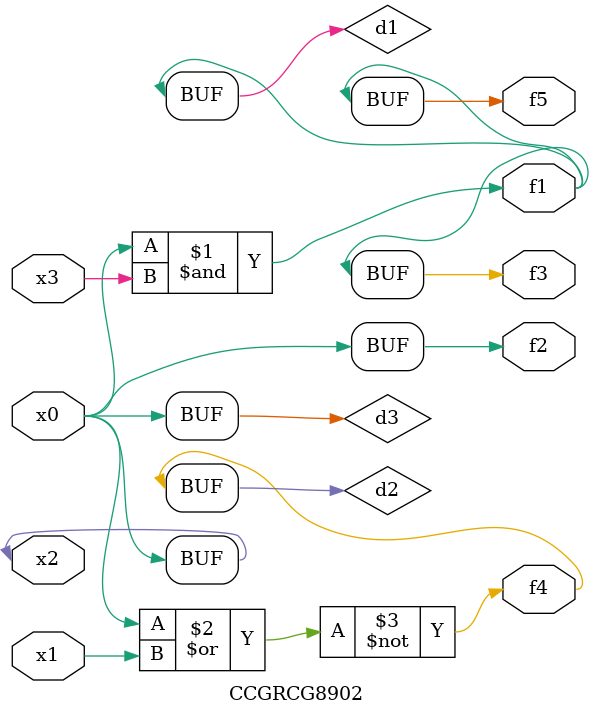
<source format=v>
module CCGRCG8902(
	input x0, x1, x2, x3,
	output f1, f2, f3, f4, f5
);

	wire d1, d2, d3;

	and (d1, x2, x3);
	nor (d2, x0, x1);
	buf (d3, x0, x2);
	assign f1 = d1;
	assign f2 = d3;
	assign f3 = d1;
	assign f4 = d2;
	assign f5 = d1;
endmodule

</source>
